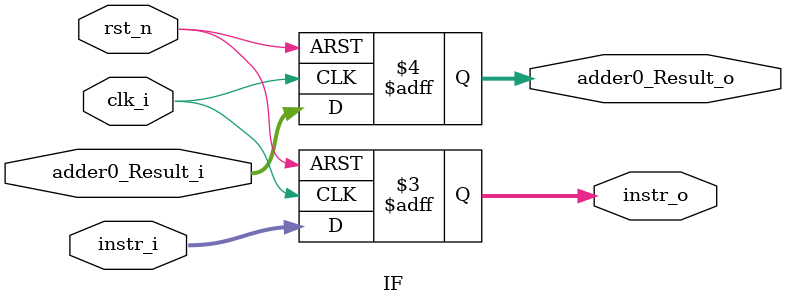
<source format=v>
module IF( clk_i, rst_n, instr_i, instr_o , adder0_Result_i , adder0_Result_o );
     
//I/O ports
input           clk_i;
input	        rst_n;
input  [32-1:0] instr_i;
input  [31:0] adder0_Result_i;
output [32-1:0] instr_o;
output [31:0] adder0_Result_o ;
 
//Internal Signals
reg    [32-1:0] instr_o;
reg 	[31:0] adder0_Result_o ;

//Main function
always @(posedge clk_i or negedge rst_n) begin
    if(~rst_n)
	begin
	    instr_o <= 0;
		adder0_Result_o <= 0 ;
	end
	else
		begin
	    instr_o <= instr_i;
		adder0_Result_o <= adder0_Result_i ;
		end
end

endmodule
</source>
